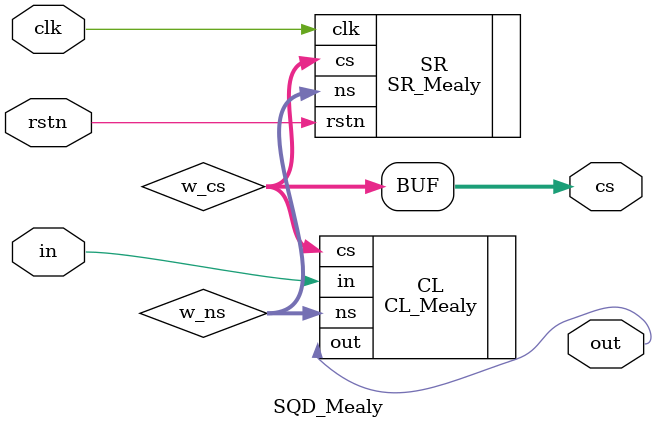
<source format=v>
`timescale 1ns / 1ps


module SQD_Mealy(
    input in,
    input clk,
    input rstn,
    output [1:0] cs,
    output out
    );
    wire [1:0] w_cs, w_ns;
    SR_Mealy SR(
        .ns (w_ns),
        .clk (clk),
        .rstn (rstn),
        .cs (w_cs)
    );

    CL_Mealy CL(
        .in (in),
        .cs (w_cs),
        .ns (w_ns),
        .out (out)
    );

    assign cs = w_cs;
endmodule

</source>
